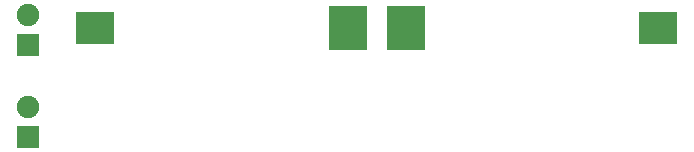
<source format=gbr>
G04 DipTrace 2.4.0.2*
%INÍèæíÿÿìàñêà.gbr*%
%MOMM*%
%ADD49C,1.9*%
%ADD51R,1.9X1.9*%
%ADD73R,3.2X2.8*%
%ADD75R,3.2X3.8*%
%FSLAX53Y53*%
G04*
G71*
G90*
G75*
G01*
%LNBotMask*%
%LPD*%
D75*
X38850Y21000D3*
D73*
X17450D3*
D75*
X43750D3*
D73*
X65150D3*
D51*
X11750Y11750D3*
D49*
Y14290D3*
D51*
Y19550D3*
D49*
Y22090D3*
M02*

</source>
